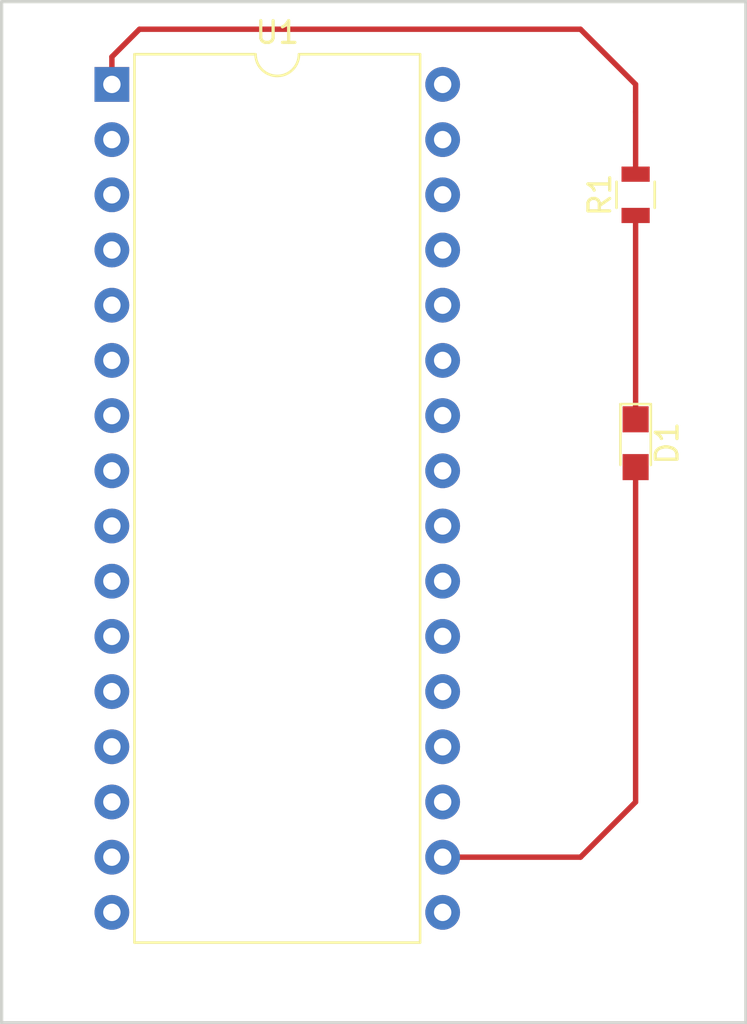
<source format=kicad_pcb>
(kicad_pcb (version 20170123) (host pcbnew "(2017-06-20 revision 70226ecde)-makepkg")

  (general
    (links 3)
    (no_connects 0)
    (area 196.774999 96.444999 231.215001 143.585001)
    (thickness 1.6)
    (drawings 4)
    (tracks 11)
    (zones 0)
    (modules 3)
    (nets 34)
  )

  (page A4)
  (layers
    (0 F.Cu signal)
    (31 B.Cu signal)
    (32 B.Adhes user)
    (33 F.Adhes user)
    (34 B.Paste user)
    (35 F.Paste user)
    (36 B.SilkS user)
    (37 F.SilkS user)
    (38 B.Mask user)
    (39 F.Mask user)
    (40 Dwgs.User user)
    (41 Cmts.User user)
    (42 Eco1.User user)
    (43 Eco2.User user)
    (44 Edge.Cuts user)
    (45 Margin user)
    (46 B.CrtYd user)
    (47 F.CrtYd user)
    (48 B.Fab user)
    (49 F.Fab user)
  )

  (setup
    (last_trace_width 0.25)
    (trace_clearance 0.2)
    (zone_clearance 0.508)
    (zone_45_only no)
    (trace_min 0.2)
    (segment_width 0.2)
    (edge_width 0.15)
    (via_size 0.8)
    (via_drill 0.4)
    (via_min_size 0.4)
    (via_min_drill 0.3)
    (uvia_size 0.3)
    (uvia_drill 0.1)
    (uvias_allowed no)
    (uvia_min_size 0.2)
    (uvia_min_drill 0.1)
    (pcb_text_width 0.3)
    (pcb_text_size 1.5 1.5)
    (mod_edge_width 0.15)
    (mod_text_size 1 1)
    (mod_text_width 0.15)
    (pad_size 1.524 1.524)
    (pad_drill 0.762)
    (pad_to_mask_clearance 0.2)
    (aux_axis_origin 0 0)
    (visible_elements 7FFFFFFF)
    (pcbplotparams
      (layerselection 0x00000_ffffffff)
      (usegerberextensions false)
      (excludeedgelayer true)
      (linewidth 0.100000)
      (plotframeref false)
      (viasonmask false)
      (mode 1)
      (useauxorigin false)
      (hpglpennumber 1)
      (hpglpenspeed 20)
      (hpglpendiameter 15)
      (psnegative false)
      (psa4output false)
      (plotreference true)
      (plotvalue true)
      (plotinvisibletext false)
      (padsonsilk false)
      (subtractmaskfromsilk false)
      (outputformat 1)
      (mirror false)
      (drillshape 0)
      (scaleselection 1)
      (outputdirectory c:/tmp))
  )

  (net 0 "")
  (net 1 "Net-(D1-Pad1)")
  (net 2 LED)
  (net 3 GND)
  (net 4 "Net-(U1-Pad32)")
  (net 5 "Net-(U1-Pad16)")
  (net 6 "Net-(U1-Pad31)")
  (net 7 "Net-(U1-Pad15)")
  (net 8 "Net-(U1-Pad30)")
  (net 9 "Net-(U1-Pad14)")
  (net 10 "Net-(U1-Pad29)")
  (net 11 "Net-(U1-Pad13)")
  (net 12 "Net-(U1-Pad28)")
  (net 13 "Net-(U1-Pad12)")
  (net 14 "Net-(U1-Pad27)")
  (net 15 "Net-(U1-Pad11)")
  (net 16 "Net-(U1-Pad26)")
  (net 17 "Net-(U1-Pad10)")
  (net 18 "Net-(U1-Pad25)")
  (net 19 "Net-(U1-Pad9)")
  (net 20 "Net-(U1-Pad24)")
  (net 21 "Net-(U1-Pad8)")
  (net 22 "Net-(U1-Pad23)")
  (net 23 "Net-(U1-Pad7)")
  (net 24 "Net-(U1-Pad22)")
  (net 25 "Net-(U1-Pad6)")
  (net 26 "Net-(U1-Pad21)")
  (net 27 "Net-(U1-Pad5)")
  (net 28 "Net-(U1-Pad20)")
  (net 29 "Net-(U1-Pad4)")
  (net 30 "Net-(U1-Pad19)")
  (net 31 "Net-(U1-Pad3)")
  (net 32 "Net-(U1-Pad2)")
  (net 33 +3V3)

  (net_class Default "This is the default net class."
    (clearance 0.2)
    (trace_width 0.25)
    (via_dia 0.8)
    (via_drill 0.4)
    (uvia_dia 0.3)
    (uvia_drill 0.1)
    (add_net +3V3)
    (add_net GND)
    (add_net LED)
    (add_net "Net-(D1-Pad1)")
    (add_net "Net-(U1-Pad10)")
    (add_net "Net-(U1-Pad11)")
    (add_net "Net-(U1-Pad12)")
    (add_net "Net-(U1-Pad13)")
    (add_net "Net-(U1-Pad14)")
    (add_net "Net-(U1-Pad15)")
    (add_net "Net-(U1-Pad16)")
    (add_net "Net-(U1-Pad19)")
    (add_net "Net-(U1-Pad2)")
    (add_net "Net-(U1-Pad20)")
    (add_net "Net-(U1-Pad21)")
    (add_net "Net-(U1-Pad22)")
    (add_net "Net-(U1-Pad23)")
    (add_net "Net-(U1-Pad24)")
    (add_net "Net-(U1-Pad25)")
    (add_net "Net-(U1-Pad26)")
    (add_net "Net-(U1-Pad27)")
    (add_net "Net-(U1-Pad28)")
    (add_net "Net-(U1-Pad29)")
    (add_net "Net-(U1-Pad3)")
    (add_net "Net-(U1-Pad30)")
    (add_net "Net-(U1-Pad31)")
    (add_net "Net-(U1-Pad32)")
    (add_net "Net-(U1-Pad4)")
    (add_net "Net-(U1-Pad5)")
    (add_net "Net-(U1-Pad6)")
    (add_net "Net-(U1-Pad7)")
    (add_net "Net-(U1-Pad8)")
    (add_net "Net-(U1-Pad9)")
  )

  (module LEDs:LED_0805 (layer F.Cu) (tedit 57FE93EC) (tstamp 597252D8)
    (at 226.06 116.84 270)
    (descr "LED 0805 smd package")
    (tags "LED led 0805 SMD smd SMT smt smdled SMDLED smtled SMTLED")
    (path /5971DF75)
    (attr smd)
    (fp_text reference D1 (at 0 -1.45 270) (layer F.SilkS)
      (effects (font (size 1 1) (thickness 0.15)))
    )
    (fp_text value LED (at 0 1.55 270) (layer F.Fab)
      (effects (font (size 1 1) (thickness 0.15)))
    )
    (fp_line (start -1.95 -0.85) (end 1.95 -0.85) (layer F.CrtYd) (width 0.05))
    (fp_line (start -1.95 0.85) (end -1.95 -0.85) (layer F.CrtYd) (width 0.05))
    (fp_line (start 1.95 0.85) (end -1.95 0.85) (layer F.CrtYd) (width 0.05))
    (fp_line (start 1.95 -0.85) (end 1.95 0.85) (layer F.CrtYd) (width 0.05))
    (fp_line (start -1.8 -0.7) (end 1 -0.7) (layer F.SilkS) (width 0.12))
    (fp_line (start -1.8 0.7) (end 1 0.7) (layer F.SilkS) (width 0.12))
    (fp_line (start -1 0.6) (end -1 -0.6) (layer F.Fab) (width 0.1))
    (fp_line (start -1 -0.6) (end 1 -0.6) (layer F.Fab) (width 0.1))
    (fp_line (start 1 -0.6) (end 1 0.6) (layer F.Fab) (width 0.1))
    (fp_line (start 1 0.6) (end -1 0.6) (layer F.Fab) (width 0.1))
    (fp_line (start 0.2 -0.4) (end 0.2 0.4) (layer F.Fab) (width 0.1))
    (fp_line (start 0.2 0.4) (end -0.4 0) (layer F.Fab) (width 0.1))
    (fp_line (start -0.4 0) (end 0.2 -0.4) (layer F.Fab) (width 0.1))
    (fp_line (start -0.4 -0.4) (end -0.4 0.4) (layer F.Fab) (width 0.1))
    (fp_line (start -1.8 -0.7) (end -1.8 0.7) (layer F.SilkS) (width 0.12))
    (pad 1 smd rect (at -1.1 0 90) (size 1.2 1.2) (layers F.Cu F.Paste F.Mask)
      (net 1 "Net-(D1-Pad1)"))
    (pad 2 smd rect (at 1.1 0 90) (size 1.2 1.2) (layers F.Cu F.Paste F.Mask)
      (net 2 LED))
    (model ${KISYS3DMOD}/LEDs.3dshapes/LED_0805.wrl
      (at (xyz 0 0 0))
      (scale (xyz 1 1 1))
      (rotate (xyz 0 0 180))
    )
  )

  (module Resistors_SMD:R_0805 (layer F.Cu) (tedit 58E0A804) (tstamp 597252E9)
    (at 226.06 105.41 90)
    (descr "Resistor SMD 0805, reflow soldering, Vishay (see dcrcw.pdf)")
    (tags "resistor 0805")
    (path /5971DFE5)
    (attr smd)
    (fp_text reference R1 (at 0 -1.65 90) (layer F.SilkS)
      (effects (font (size 1 1) (thickness 0.15)))
    )
    (fp_text value 300 (at 0 1.75 90) (layer F.Fab)
      (effects (font (size 1 1) (thickness 0.15)))
    )
    (fp_line (start 1.55 0.9) (end -1.55 0.9) (layer F.CrtYd) (width 0.05))
    (fp_line (start 1.55 0.9) (end 1.55 -0.9) (layer F.CrtYd) (width 0.05))
    (fp_line (start -1.55 -0.9) (end -1.55 0.9) (layer F.CrtYd) (width 0.05))
    (fp_line (start -1.55 -0.9) (end 1.55 -0.9) (layer F.CrtYd) (width 0.05))
    (fp_line (start -0.6 -0.88) (end 0.6 -0.88) (layer F.SilkS) (width 0.12))
    (fp_line (start 0.6 0.88) (end -0.6 0.88) (layer F.SilkS) (width 0.12))
    (fp_line (start -1 -0.62) (end 1 -0.62) (layer F.Fab) (width 0.1))
    (fp_line (start 1 -0.62) (end 1 0.62) (layer F.Fab) (width 0.1))
    (fp_line (start 1 0.62) (end -1 0.62) (layer F.Fab) (width 0.1))
    (fp_line (start -1 0.62) (end -1 -0.62) (layer F.Fab) (width 0.1))
    (fp_text user %R (at 0 0 90) (layer F.Fab)
      (effects (font (size 0.5 0.5) (thickness 0.075)))
    )
    (pad 2 smd rect (at 0.95 0 90) (size 0.7 1.3) (layers F.Cu F.Paste F.Mask)
      (net 3 GND))
    (pad 1 smd rect (at -0.95 0 90) (size 0.7 1.3) (layers F.Cu F.Paste F.Mask)
      (net 1 "Net-(D1-Pad1)"))
    (model ${KISYS3DMOD}/Resistors_SMD.3dshapes/R_0805.wrl
      (at (xyz 0 0 0))
      (scale (xyz 1 1 1))
      (rotate (xyz 0 0 0))
    )
  )

  (module Housings_DIP:DIP-32_W15.24mm (layer F.Cu) (tedit 58CC8E2F) (tstamp 5972531D)
    (at 201.93 100.33)
    (descr "32-lead dip package, row spacing 15.24 mm (600 mils)")
    (tags "DIL DIP PDIP 2.54mm 15.24mm 600mil")
    (path /5971DCE3)
    (fp_text reference U1 (at 7.62 -2.39) (layer F.SilkS)
      (effects (font (size 1 1) (thickness 0.15)))
    )
    (fp_text value tinyK20 (at 7.62 40.49) (layer F.Fab)
      (effects (font (size 1 1) (thickness 0.15)))
    )
    (fp_arc (start 7.62 -1.39) (end 6.62 -1.39) (angle -180) (layer F.SilkS) (width 0.12))
    (fp_line (start 16.3 -1.6) (end -1.1 -1.6) (layer F.CrtYd) (width 0.05))
    (fp_line (start 16.3 39.7) (end 16.3 -1.6) (layer F.CrtYd) (width 0.05))
    (fp_line (start -1.1 39.7) (end 16.3 39.7) (layer F.CrtYd) (width 0.05))
    (fp_line (start -1.1 -1.6) (end -1.1 39.7) (layer F.CrtYd) (width 0.05))
    (fp_line (start 14.2 -1.39) (end 8.62 -1.39) (layer F.SilkS) (width 0.12))
    (fp_line (start 14.2 39.49) (end 14.2 -1.39) (layer F.SilkS) (width 0.12))
    (fp_line (start 1.04 39.49) (end 14.2 39.49) (layer F.SilkS) (width 0.12))
    (fp_line (start 1.04 -1.39) (end 1.04 39.49) (layer F.SilkS) (width 0.12))
    (fp_line (start 6.62 -1.39) (end 1.04 -1.39) (layer F.SilkS) (width 0.12))
    (fp_line (start 0.255 -0.27) (end 1.255 -1.27) (layer F.Fab) (width 0.1))
    (fp_line (start 0.255 39.37) (end 0.255 -0.27) (layer F.Fab) (width 0.1))
    (fp_line (start 14.985 39.37) (end 0.255 39.37) (layer F.Fab) (width 0.1))
    (fp_line (start 14.985 -1.27) (end 14.985 39.37) (layer F.Fab) (width 0.1))
    (fp_line (start 1.255 -1.27) (end 14.985 -1.27) (layer F.Fab) (width 0.1))
    (fp_text user %R (at 7.62 19.05) (layer F.Fab)
      (effects (font (size 1 1) (thickness 0.15)))
    )
    (pad 32 thru_hole oval (at 15.24 0) (size 1.6 1.6) (drill 0.8) (layers *.Cu *.Mask)
      (net 4 "Net-(U1-Pad32)"))
    (pad 16 thru_hole oval (at 0 38.1) (size 1.6 1.6) (drill 0.8) (layers *.Cu *.Mask)
      (net 5 "Net-(U1-Pad16)"))
    (pad 31 thru_hole oval (at 15.24 2.54) (size 1.6 1.6) (drill 0.8) (layers *.Cu *.Mask)
      (net 6 "Net-(U1-Pad31)"))
    (pad 15 thru_hole oval (at 0 35.56) (size 1.6 1.6) (drill 0.8) (layers *.Cu *.Mask)
      (net 7 "Net-(U1-Pad15)"))
    (pad 30 thru_hole oval (at 15.24 5.08) (size 1.6 1.6) (drill 0.8) (layers *.Cu *.Mask)
      (net 8 "Net-(U1-Pad30)"))
    (pad 14 thru_hole oval (at 0 33.02) (size 1.6 1.6) (drill 0.8) (layers *.Cu *.Mask)
      (net 9 "Net-(U1-Pad14)"))
    (pad 29 thru_hole oval (at 15.24 7.62) (size 1.6 1.6) (drill 0.8) (layers *.Cu *.Mask)
      (net 10 "Net-(U1-Pad29)"))
    (pad 13 thru_hole oval (at 0 30.48) (size 1.6 1.6) (drill 0.8) (layers *.Cu *.Mask)
      (net 11 "Net-(U1-Pad13)"))
    (pad 28 thru_hole oval (at 15.24 10.16) (size 1.6 1.6) (drill 0.8) (layers *.Cu *.Mask)
      (net 12 "Net-(U1-Pad28)"))
    (pad 12 thru_hole oval (at 0 27.94) (size 1.6 1.6) (drill 0.8) (layers *.Cu *.Mask)
      (net 13 "Net-(U1-Pad12)"))
    (pad 27 thru_hole oval (at 15.24 12.7) (size 1.6 1.6) (drill 0.8) (layers *.Cu *.Mask)
      (net 14 "Net-(U1-Pad27)"))
    (pad 11 thru_hole oval (at 0 25.4) (size 1.6 1.6) (drill 0.8) (layers *.Cu *.Mask)
      (net 15 "Net-(U1-Pad11)"))
    (pad 26 thru_hole oval (at 15.24 15.24) (size 1.6 1.6) (drill 0.8) (layers *.Cu *.Mask)
      (net 16 "Net-(U1-Pad26)"))
    (pad 10 thru_hole oval (at 0 22.86) (size 1.6 1.6) (drill 0.8) (layers *.Cu *.Mask)
      (net 17 "Net-(U1-Pad10)"))
    (pad 25 thru_hole oval (at 15.24 17.78) (size 1.6 1.6) (drill 0.8) (layers *.Cu *.Mask)
      (net 18 "Net-(U1-Pad25)"))
    (pad 9 thru_hole oval (at 0 20.32) (size 1.6 1.6) (drill 0.8) (layers *.Cu *.Mask)
      (net 19 "Net-(U1-Pad9)"))
    (pad 24 thru_hole oval (at 15.24 20.32) (size 1.6 1.6) (drill 0.8) (layers *.Cu *.Mask)
      (net 20 "Net-(U1-Pad24)"))
    (pad 8 thru_hole oval (at 0 17.78) (size 1.6 1.6) (drill 0.8) (layers *.Cu *.Mask)
      (net 21 "Net-(U1-Pad8)"))
    (pad 23 thru_hole oval (at 15.24 22.86) (size 1.6 1.6) (drill 0.8) (layers *.Cu *.Mask)
      (net 22 "Net-(U1-Pad23)"))
    (pad 7 thru_hole oval (at 0 15.24) (size 1.6 1.6) (drill 0.8) (layers *.Cu *.Mask)
      (net 23 "Net-(U1-Pad7)"))
    (pad 22 thru_hole oval (at 15.24 25.4) (size 1.6 1.6) (drill 0.8) (layers *.Cu *.Mask)
      (net 24 "Net-(U1-Pad22)"))
    (pad 6 thru_hole oval (at 0 12.7) (size 1.6 1.6) (drill 0.8) (layers *.Cu *.Mask)
      (net 25 "Net-(U1-Pad6)"))
    (pad 21 thru_hole oval (at 15.24 27.94) (size 1.6 1.6) (drill 0.8) (layers *.Cu *.Mask)
      (net 26 "Net-(U1-Pad21)"))
    (pad 5 thru_hole oval (at 0 10.16) (size 1.6 1.6) (drill 0.8) (layers *.Cu *.Mask)
      (net 27 "Net-(U1-Pad5)"))
    (pad 20 thru_hole oval (at 15.24 30.48) (size 1.6 1.6) (drill 0.8) (layers *.Cu *.Mask)
      (net 28 "Net-(U1-Pad20)"))
    (pad 4 thru_hole oval (at 0 7.62) (size 1.6 1.6) (drill 0.8) (layers *.Cu *.Mask)
      (net 29 "Net-(U1-Pad4)"))
    (pad 19 thru_hole oval (at 15.24 33.02) (size 1.6 1.6) (drill 0.8) (layers *.Cu *.Mask)
      (net 30 "Net-(U1-Pad19)"))
    (pad 3 thru_hole oval (at 0 5.08) (size 1.6 1.6) (drill 0.8) (layers *.Cu *.Mask)
      (net 31 "Net-(U1-Pad3)"))
    (pad 18 thru_hole oval (at 15.24 35.56) (size 1.6 1.6) (drill 0.8) (layers *.Cu *.Mask)
      (net 2 LED))
    (pad 2 thru_hole oval (at 0 2.54) (size 1.6 1.6) (drill 0.8) (layers *.Cu *.Mask)
      (net 32 "Net-(U1-Pad2)"))
    (pad 17 thru_hole oval (at 15.24 38.1) (size 1.6 1.6) (drill 0.8) (layers *.Cu *.Mask)
      (net 33 +3V3))
    (pad 1 thru_hole rect (at 0 0) (size 1.6 1.6) (drill 0.8) (layers *.Cu *.Mask)
      (net 3 GND))
    (model ${KISYS3DMOD}/Housings_DIP.3dshapes/DIP-32_W15.24mm.wrl
      (at (xyz 0 0 0))
      (scale (xyz 1 1 1))
      (rotate (xyz 0 0 0))
    )
  )

  (gr_line (start 196.85 143.51) (end 196.85 96.52) (angle 90) (layer Edge.Cuts) (width 0.15))
  (gr_line (start 231.14 143.51) (end 196.85 143.51) (angle 90) (layer Edge.Cuts) (width 0.15))
  (gr_line (start 231.14 96.52) (end 231.14 143.51) (angle 90) (layer Edge.Cuts) (width 0.15))
  (gr_line (start 196.85 96.52) (end 231.14 96.52) (angle 90) (layer Edge.Cuts) (width 0.15))

  (segment (start 226.06 115.74) (end 226.06 106.36) (width 0.25) (layer F.Cu) (net 1))
  (segment (start 217.17 135.89) (end 223.52 135.89) (width 0.25) (layer F.Cu) (net 2))
  (segment (start 226.06 133.35) (end 226.06 117.94) (width 0.25) (layer F.Cu) (net 2) (tstamp 597254B1))
  (segment (start 223.52 135.89) (end 226.06 133.35) (width 0.25) (layer F.Cu) (net 2) (tstamp 597254B0))
  (segment (start 226.06 104.46) (end 226.06 101.6) (width 0.25) (layer F.Cu) (net 3))
  (segment (start 201.93 99.06) (end 201.93 100.33) (width 0.25) (layer F.Cu) (net 3) (tstamp 5972558F))
  (segment (start 203.2 97.79) (end 201.93 99.06) (width 0.25) (layer F.Cu) (net 3) (tstamp 5972558E))
  (segment (start 223.52 97.79) (end 203.2 97.79) (width 0.25) (layer F.Cu) (net 3) (tstamp 5972558D))
  (segment (start 226.06 100.33) (end 223.52 97.79) (width 0.25) (layer F.Cu) (net 3) (tstamp 5972558C))
  (segment (start 226.06 101.6) (end 226.06 100.33) (width 0.25) (layer F.Cu) (net 3) (tstamp 5972558B))
  (segment (start 226.06 104.46) (end 226.06 104.14) (width 0.25) (layer F.Cu) (net 3))

)

</source>
